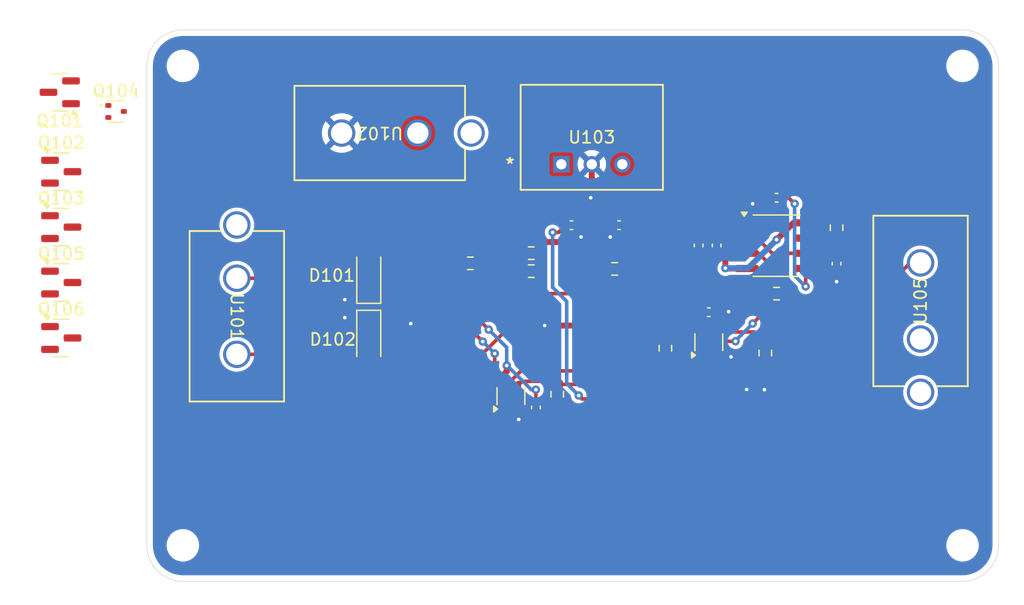
<source format=kicad_pcb>
(kicad_pcb (version 20241229) (generator "pcbnew") (generator_version "9.0")
  (layers (0 "F.Cu" signal) (2 "B.Cu" signal) (13 "F.Paste" user) (15 "B.Paste" user) (5 "F.SilkS" user "F.Silkscreen") (7 "B.SilkS" user "B.Silkscreen") (1 "F.Mask" user) (3 "B.Mask" user) (25 "Edge.Cuts" user))
  (net 0 "")
  (net 1 "+5V")
  (net 2 "/CLOCK")
  (net 3 "GND")
  (net 4 "/THRESH")
  (net 5 "/BMS_LV")
  (net 6 "Net-(Q104-G)")
  (net 7 "/IMD_LV")
  (net 8 "Net-(Q105-D)")
  (net 9 "Net-(Q106-G)")
  (net 10 "+12V")
  (net 11 "Net-(U107-CV)")
  (net 13 "BMS_HV")
  (net 14 "IMD_HV")
  (net 15 "Net-(D103-K)")
  (net 16 "Net-(D103-A)")
  (net 17 "Net-(Q104-S)")
  (net 18 "Net-(Q106-D)")
  (footprint "CONNECTOR:641964-1_TYC" (layer "F.Cu") (at 144.586 90.6 180)
    (property "Reference" "U102" (at 3.175 0 180) (layer "F.SilkS"))
    (property "Value" "641964-1")
    (fp_line (start 10.287 3.937) (end 10.287 -3.937) (stroke (width 0.1524)) (layer "F.SilkS"))
    (fp_line (start 10.287 -3.937) (end -3.937 -3.937) (stroke (width 0.1524)) (layer "F.SilkS"))
    (fp_line (start -3.937 3.937) (end 10.287 3.937) (stroke (width 0.1524)) (layer "F.SilkS"))
    (fp_line (start -3.937 1.385548) (end -3.937 3.937) (stroke (width 0.1524)) (layer "F.SilkS"))
    (fp_line (start -3.937 -3.937) (end -3.937 -1.385548) (stroke (width 0.1524)) (layer "F.SilkS"))
    (fp_circle (center -4.572 0) (end -4.191 0) (stroke (width 0.508)) (fill no) (layer "B.SilkS"))
    (pad "1" thru_hole circle (at 0 0 180) (size 2.286 2.286) (drill 1.778) (layers "*.Cu" "*.Mask") (net 10 "+12V"))
    (pad "2" thru_hole circle (at 6.35 0 180) (size 2.286 2.286) (drill 1.778) (layers "*.Cu" "*.Mask") (net 3 "GND"))
    (pad "3" thru_hole circle (at -4.445 0 180) (size 2.286 2.286) (drill 1.778) (layers "*.Cu" "*.Mask"))
  )
  (footprint "Capacitor_SMD:C_0402_1005Metric" (layer "F.Cu") (at 157.4 98.2925)
    (property "Reference" "C101" (hide yes))
    (property "Value" "10uF")
    (fp_line (start -0.107836 -0.36) (end 0.107836 -0.36) (stroke (width 0.12)) (layer "F.SilkS"))
    (fp_line (start -0.107836 0.36) (end 0.107836 0.36) (stroke (width 0.12)) (layer "F.SilkS"))
    (pad "1" smd roundrect (at -0.48 0) (size 0.56 0.62) (layers "F.Cu" "F.Mask" "F.Paste") (net 10 "+12V"))
    (pad "2" smd roundrect (at 0.48 0) (size 0.56 0.62) (layers "F.Cu" "F.Mask" "F.Paste") (net 3 "GND"))
  )
  (footprint "Capacitor_SMD:C_0402_1005Metric" (layer "F.Cu") (at 168.85 105.55)
    (property "Reference" "C107" (hide yes))
    (property "Value" "0.1u")
    (fp_line (start -0.107836 -0.36) (end 0.107836 -0.36) (stroke (width 0.12)) (layer "F.SilkS"))
    (fp_line (start -0.107836 0.36) (end 0.107836 0.36) (stroke (width 0.12)) (layer "F.SilkS"))
    (pad "1" smd roundrect (at -0.48 0) (size 0.56 0.62) (layers "F.Cu" "F.Mask" "F.Paste") (net 1 "+5V"))
    (pad "2" smd roundrect (at 0.48 0) (size 0.56 0.62) (layers "F.Cu" "F.Mask" "F.Paste") (net 3 "GND"))
  )
  (footprint "Resistor_SMD:R_0603_1608Metric" (layer "F.Cu") (at 173.5575 108.9575 -90)
    (property "Reference" "R106" (hide yes))
    (property "Value" "1k")
    (fp_line (start -0.237258 0.5225) (end 0.237258 0.5225) (stroke (width 0.12)) (layer "F.SilkS"))
    (fp_line (start -0.237258 -0.5225) (end 0.237258 -0.5225) (stroke (width 0.12)) (layer "F.SilkS"))
    (pad "1" smd roundrect (at -0.825 0 270) (size 0.8 0.95) (layers "F.Cu" "F.Mask" "F.Paste") (net 9 "Net-(Q106-G)"))
    (pad "2" smd roundrect (at 0.825 0 270) (size 0.8 0.95) (layers "F.Cu" "F.Mask" "F.Paste") (net 3 "GND"))
  )
  (footprint "Package_TO_SOT_SMD:SOT-23" (layer "F.Cu") (at 114.8625 98.45)
    (property "Reference" "Q103" (at 0 -2.4 0) (layer "F.SilkS"))
    (property "Value" "Q_NMOS_GSD")
    (fp_line (start 0 -1.56) (end -0.65 -1.56) (stroke (width 0.12)) (layer "F.SilkS"))
    (fp_line (start 0 -1.56) (end 0.65 -1.56) (stroke (width 0.12)) (layer "F.SilkS"))
    (fp_line (start 0 1.56) (end -0.65 1.56) (stroke (width 0.12)) (layer "F.SilkS"))
    (fp_line (start 0 1.56) (end 0.65 1.56) (stroke (width 0.12)) (layer "F.SilkS"))
    (fp_poly (pts (xy -1.1625 -1.51) (xy -1.4025 -1.84) (xy -0.9225 -1.84) (xy -1.1625 -1.51)) (stroke (width 0.12)) (fill yes) (layer "F.SilkS"))
    (pad "1" smd roundrect (at -0.9375 -0.95) (size 1.475 0.6) (layers "F.Cu" "F.Mask" "F.Paste") (net 15 "Net-(D103-K)"))
    (pad "2" smd roundrect (at -0.9375 0.95) (size 1.475 0.6) (layers "F.Cu" "F.Mask" "F.Paste") (net 3 "GND"))
    (pad "3" smd roundrect (at 0.9375 0) (size 1.475 0.6) (layers "F.Cu" "F.Mask" "F.Paste") (net 7 "/IMD_LV"))
  )
  (footprint "Diode_SMD:D_SOD-123F" (layer "F.Cu") (at 140.5 102.6 90)
    (property "Reference" "D101" (at 0.111 -3.086 180) (layer "F.SilkS"))
    (property "Value" "D_TVS")
    (fp_line (start -2.21 -1) (end 1.65 -1) (stroke (width 0.12)) (layer "F.SilkS"))
    (fp_line (start -2.21 -1) (end -2.21 1) (stroke (width 0.12)) (layer "F.SilkS"))
    (fp_line (start -2.21 1) (end 1.65 1) (stroke (width 0.12)) (layer "F.SilkS"))
    (pad "1" smd roundrect (at -1.4 0 90) (size 1.1 1.1) (layers "F.Cu" "F.Mask" "F.Paste") (roundrect_rratio 0.2272727273) (net 3 "GND"))
    (pad "2" smd roundrect (at 1.4 0 90) (size 1.1 1.1) (layers "F.Cu" "F.Mask" "F.Paste") (roundrect_rratio 0.2272727273) (net 13 "BMS_HV"))
  )
  (footprint "MountingHole:MountingHole_2.2mm_M2" (layer "F.Cu") (at 125 85)
    (property "Reference" "H101")
    (property "Value" "MountingHole")
    (pad "" np_thru_hole circle (at 0 0) (size 2.2 2.2) (drill 2.2) (layers "*.Cu" "*.Mask"))
  )
  (footprint "Package_TO_SOT_SMD:SOT-353_SC-70-5" (layer "F.Cu") (at 168.85 108.05 90)
    (property "Reference" "U106" (hide yes))
    (property "Value" "74AHC1G08")
    (fp_line (start -0.71 -1.16) (end 0.7 -1.16) (stroke (width 0.12)) (layer "F.SilkS"))
    (fp_line (start -0.7 1.16) (end 0.7 1.16) (stroke (width 0.12)) (layer "F.SilkS"))
    (fp_poly (pts (xy -1.08 -1.11) (xy -1.32 -1.44) (xy -0.84 -1.44) (xy -1.08 -1.11)) (stroke (width 0.12)) (fill yes) (layer "F.SilkS"))
    (pad "1" smd roundrect (at -0.95 -0.65 90) (size 0.65 0.4) (layers "F.Cu" "F.Mask" "F.Paste") (net 8 "Net-(Q105-D)"))
    (pad "2" smd roundrect (at -0.95 0 90) (size 0.65 0.4) (layers "F.Cu" "F.Mask" "F.Paste") (net 2 "/CLOCK"))
    (pad "3" smd roundrect (at -0.95 0.65 90) (size 0.65 0.4) (layers "F.Cu" "F.Mask" "F.Paste") (net 3 "GND"))
    (pad "4" smd roundrect (at 0.95 0.65 90) (size 0.65 0.4) (layers "F.Cu" "F.Mask" "F.Paste") (net 9 "Net-(Q106-G)"))
    (pad "5" smd roundrect (at 0.95 -0.65 90) (size 0.65 0.4) (layers "F.Cu" "F.Mask" "F.Paste") (net 1 "+5V"))
  )
  (footprint "Resistor_SMD:R_0603_1608Metric" (layer "F.Cu") (at 154.05 102.125)
    (property "Reference" "D103" (hide yes))
    (property "Value" "RED")
    (fp_line (start -0.237258 -0.5225) (end 0.237258 -0.5225) (stroke (width 0.12)) (layer "F.SilkS"))
    (fp_line (start -0.237258 0.5225) (end 0.237258 0.5225) (stroke (width 0.12)) (layer "F.SilkS"))
    (pad "1" smd roundrect (at -0.825 0) (size 0.8 0.95) (layers "F.Cu" "F.Mask" "F.Paste") (net 15 "Net-(D103-K)"))
    (pad "2" smd roundrect (at 0.825 0) (size 0.8 0.95) (layers "F.Cu" "F.Mask" "F.Paste") (net 16 "Net-(D103-A)"))
  )
  (footprint "Resistor_SMD:R_0603_1608Metric" (layer "F.Cu") (at 174.5 104)
    (property "Reference" "R107" (hide yes))
    (property "Value" "15k")
    (fp_line (start -0.237258 -0.5225) (end 0.237258 -0.5225) (stroke (width 0.12)) (layer "F.SilkS"))
    (fp_line (start -0.237258 0.5225) (end 0.237258 0.5225) (stroke (width 0.12)) (layer "F.SilkS"))
    (pad "1" smd roundrect (at -0.825 0) (size 0.8 0.95) (layers "F.Cu" "F.Mask" "F.Paste") (net 2 "/CLOCK"))
    (pad "2" smd roundrect (at 0.825 0) (size 0.8 0.95) (layers "F.Cu" "F.Mask" "F.Paste") (net 4 "/THRESH"))
  )
  (footprint "MountingHole:MountingHole_2.2mm_M2" (layer "F.Cu") (at 190 125)
    (property "Reference" "H103")
    (property "Value" "MountingHole")
    (pad "" np_thru_hole circle (at 0 0) (size 2.2 2.2) (drill 2.2) (layers "*.Cu" "*.Mask"))
  )
  (footprint "MountingHole:MountingHole_2.2mm_M2" (layer "F.Cu") (at 190 85)
    (property "Reference" "H104")
    (property "Value" "MountingHole")
    (pad "" np_thru_hole circle (at 0 0) (size 2.2 2.2) (drill 2.2) (layers "*.Cu" "*.Mask"))
  )
  (footprint "Package_TO_SOT_SMD:SOT-23" (layer "F.Cu") (at 114.8625 93.825)
    (property "Reference" "Q102" (at 0 -2.4 0) (layer "F.SilkS"))
    (property "Value" "Q_NMOS_GSD")
    (fp_line (start 0 -1.56) (end -0.65 -1.56) (stroke (width 0.12)) (layer "F.SilkS"))
    (fp_line (start 0 -1.56) (end 0.65 -1.56) (stroke (width 0.12)) (layer "F.SilkS"))
    (fp_line (start 0 1.56) (end -0.65 1.56) (stroke (width 0.12)) (layer "F.SilkS"))
    (fp_line (start 0 1.56) (end 0.65 1.56) (stroke (width 0.12)) (layer "F.SilkS"))
    (fp_poly (pts (xy -1.1625 -1.51) (xy -1.4025 -1.84) (xy -0.9225 -1.84) (xy -1.1625 -1.51)) (stroke (width 0.12)) (fill yes) (layer "F.SilkS"))
    (pad "1" smd roundrect (at -0.9375 -0.95) (size 1.475 0.6) (layers "F.Cu" "F.Mask" "F.Paste") (net 14 "IMD_HV"))
    (pad "2" smd roundrect (at -0.9375 0.95) (size 1.475 0.6) (layers "F.Cu" "F.Mask" "F.Paste") (net 3 "GND"))
    (pad "3" smd roundrect (at 0.9375 0) (size 1.475 0.6) (layers "F.Cu" "F.Mask" "F.Paste") (net 15 "Net-(D103-K)"))
  )
  (footprint "Resistor_SMD:R_0603_1608Metric" (layer "F.Cu") (at 154.05 100.625)
    (property "Reference" "R102" (hide yes))
    (property "Value" "500R")
    (fp_line (start -0.237258 -0.5225) (end 0.237258 -0.5225) (stroke (width 0.12)) (layer "F.SilkS"))
    (fp_line (start -0.237258 0.5225) (end 0.237258 0.5225) (stroke (width 0.12)) (layer "F.SilkS"))
    (pad "1" smd roundrect (at -0.825 0) (size 0.8 0.95) (layers "F.Cu" "F.Mask" "F.Paste") (net 1 "+5V"))
    (pad "2" smd roundrect (at 0.825 0) (size 0.8 0.95) (layers "F.Cu" "F.Mask" "F.Paste") (net 16 "Net-(D103-A)"))
  )
  (footprint "Resistor_SMD:R_0603_1608Metric" (layer "F.Cu") (at 161 101.9375)
    (property "Reference" "R103" (hide yes))
    (property "Value" "10k")
    (fp_line (start -0.237258 -0.5225) (end 0.237258 -0.5225) (stroke (width 0.12)) (layer "F.SilkS"))
    (fp_line (start -0.237258 0.5225) (end 0.237258 0.5225) (stroke (width 0.12)) (layer "F.SilkS"))
    (pad "1" smd roundrect (at -0.825 0) (size 0.8 0.95) (layers "F.Cu" "F.Mask" "F.Paste") (net 1 "+5V"))
    (pad "2" smd roundrect (at 0.825 0) (size 0.8 0.95) (layers "F.Cu" "F.Mask" "F.Paste") (net 7 "/IMD_LV"))
  )
  (footprint "CONNECTOR:641964-1_TYC" (layer "F.Cu") (at 129.5 102.714 -90)
    (property "Reference" "U101" (at 3.175 0 270) (layer "F.SilkS"))
    (property "Value" "641964-1")
    (fp_line (start -3.937 3.937) (end 10.287 3.937) (stroke (width 0.1524)) (layer "F.SilkS"))
    (fp_line (start 10.287 3.937) (end 10.287 -3.937) (stroke (width 0.1524)) (layer "F.SilkS"))
    (fp_line (start -3.937 1.385548) (end -3.937 3.937) (stroke (width 0.1524)) (layer "F.SilkS"))
    (fp_line (start -3.937 -3.937) (end -3.937 -1.385548) (stroke (width 0.1524)) (layer "F.SilkS"))
    (fp_line (start 10.287 -3.937) (end -3.937 -3.937) (stroke (width 0.1524)) (layer "F.SilkS"))
    (fp_circle (center -4.572 0) (end -4.191 0) (stroke (width 0.508)) (fill no) (layer "B.SilkS"))
    (pad "1" thru_hole circle (at 0 0 270) (size 2.286 2.286) (drill 1.778) (layers "*.Cu" "*.Mask") (net 13 "BMS_HV"))
    (pad "2" thru_hole circle (at 6.35 0 270) (size 2.286 2.286) (drill 1.778) (layers "*.Cu" "*.Mask") (net 14 "IMD_HV"))
    (pad "3" thru_hole circle (at -4.445 0 270) (size 2.286 2.286) (drill 1.778) (layers "*.Cu" "*.Mask"))
  )
  (footprint "Resistor_SMD:R_0603_1608Metric" (layer "F.Cu") (at 148.971 101.473 180)
    (property "Reference" "R101" (hide yes))
    (property "Value" "10k")
    (fp_line (start -0.237258 0.5225) (end 0.237258 0.5225) (stroke (width 0.12)) (layer "F.SilkS"))
    (fp_line (start -0.237258 -0.5225) (end 0.237258 -0.5225) (stroke (width 0.12)) (layer "F.SilkS"))
    (pad "1" smd roundrect (at -0.825 0 180) (size 0.8 0.95) (layers "F.Cu" "F.Mask" "F.Paste") (net 1 "+5V"))
    (pad "2" smd roundrect (at 0.825 0 180) (size 0.8 0.95) (layers "F.Cu" "F.Mask" "F.Paste") (net 5 "/BMS_LV"))
  )
  (footprint "R_78E5_0_0_5 (1):R-78E-0.5_RCP" (layer "F.Cu") (at 156.553 93.2075)
    (property "Reference" "U103" (at 2.54 -2.249932 0) (layer "F.SilkS"))
    (property "Value" "R-78E5.0-0.5")
    (fp_line (start -3.3909 -6.631432) (end -3.3909 2.131568) (stroke (width 0.1524)) (layer "F.SilkS"))
    (fp_line (start -3.3909 2.131568) (end 8.4709 2.131568) (stroke (width 0.1524)) (layer "F.SilkS"))
    (fp_line (start 8.4709 -6.631432) (end -3.3909 -6.631432) (stroke (width 0.1524)) (layer "F.SilkS"))
    (fp_line (start 8.4709 2.131568) (end 8.4709 -6.631432) (stroke (width 0.1524)) (layer "F.SilkS"))
    (fp_text user "*" (at -4.2799 0 0) (layer "F.SilkS"))
    (fp_text user "*" (at -4.2799 0 0) (layer "F.SilkS"))
    (pad "1" thru_hole rect (at 0 0) (size 1.3716 1.3716) (drill 0.8636) (layers "*.Cu" "*.Mask") (net 10 "+12V"))
    (pad "2" thru_hole circle (at 2.54 0) (size 1.3716 1.3716) (drill 0.8636) (layers "*.Cu" "*.Mask") (net 3 "GND"))
    (pad "3" thru_hole circle (at 5.08 0) (size 1.3716 1.3716) (drill 0.8636) (layers "*.Cu" "*.Mask") (net 1 "+5V"))
  )
  (footprint "Resistor_SMD:R_0603_1608Metric" (layer "F.Cu") (at 156.21 112.395 -90)
    (property "Reference" "R104" (hide yes))
    (property "Value" "1k")
    (fp_line (start -0.237258 0.5225) (end 0.237258 0.5225) (stroke (width 0.12)) (layer "F.SilkS"))
    (fp_line (start -0.237258 -0.5225) (end 0.237258 -0.5225) (stroke (width 0.12)) (layer "F.SilkS"))
    (pad "1" smd roundrect (at -0.825 0 270) (size 0.8 0.95) (layers "F.Cu" "F.Mask" "F.Paste") (net 6 "Net-(Q104-G)"))
    (pad "2" smd roundrect (at 0.825 0 270) (size 0.8 0.95) (layers "F.Cu" "F.Mask" "F.Paste") (net 3 "GND"))
  )
  (footprint "CONNECTOR:641964-1_TYC" (layer "F.Cu") (at 186.5 107.786 90)
    (property "Reference" "U105" (at 3.175 0 90) (layer "F.SilkS"))
    (property "Value" "641964-1")
    (fp_line (start 10.287 -3.937) (end -3.937 -3.937) (stroke (width 0.1524)) (layer "F.SilkS"))
    (fp_line (start -3.937 -3.937) (end -3.937 -1.385548) (stroke (width 0.1524)) (layer "F.SilkS"))
    (fp_line (start -3.937 1.385548) (end -3.937 3.937) (stroke (width 0.1524)) (layer "F.SilkS"))
    (fp_line (start 10.287 3.937) (end 10.287 -3.937) (stroke (width 0.1524)) (layer "F.SilkS"))
    (fp_line (start -3.937 3.937) (end 10.287 3.937) (stroke (width 0.1524)) (layer "F.SilkS"))
    (fp_circle (center -4.572 0) (end -4.191 0) (stroke (width 0.508)) (fill no) (layer "B.SilkS"))
    (pad "1" thru_hole circle (at 0 0 90) (size 2.286 2.286) (drill 1.778) (layers "*.Cu" "*.Mask") (net 17 "Net-(Q104-S)"))
    (pad "2" thru_hole circle (at 6.35 0 90) (size 2.286 2.286) (drill 1.778) (layers "*.Cu" "*.Mask") (net 18 "Net-(Q106-D)"))
    (pad "3" thru_hole circle (at -4.445 0 90) (size 2.286 2.286) (drill 1.778) (layers "*.Cu" "*.Mask"))
  )
  (footprint "Package_TO_SOT_SMD:SOT-523" (layer "F.Cu") (at 119.4325 88.8)
    (property "Reference" "Q104" (at 0 -1.7 0) (layer "F.SilkS"))
    (property "Value" "Q_PMOS_GSD")
    (fp_line (start 0.65 -0.9) (end -0.65 -0.9) (stroke (width 0.12)) (layer "F.SilkS"))
    (fp_line (start 0.65 0.9) (end -0.65 0.9) (stroke (width 0.12)) (layer "F.SilkS"))
    (fp_circle (center -1.25 -0.51) (end -1.1 -0.51) (fill yes) (layer "F.SilkS"))
    (pad "1" smd roundrect (at -0.645 -0.5 180) (size 0.51 0.4) (layers "F.Cu" "F.Mask" "F.Paste") (net 6 "Net-(Q104-G)"))
    (pad "2" smd roundrect (at -0.645 0.5 180) (size 0.51 0.4) (layers "F.Cu" "F.Mask" "F.Paste") (net 17 "Net-(Q104-S)"))
    (pad "3" smd roundrect (at 0.645 0 180) (size 0.51 0.4) (layers "F.Cu" "F.Mask" "F.Paste") (net 10 "+12V"))
  )
  (footprint "Diode_SMD:D_SOD-123F" (layer "F.Cu") (at 140.5 107.6 -90)
    (property "Reference" "D102" (at 0.223 3 180) (layer "F.SilkS"))
    (property "Value" "D_TVS")
    (fp_line (start -2.21 1) (end 1.65 1) (stroke (width 0.12)) (layer "F.SilkS"))
    (fp_line (start -2.21 -1) (end -2.21 1) (stroke (width 0.12)) (layer "F.SilkS"))
    (fp_line (start -2.21 -1) (end 1.65 -1) (stroke (width 0.12)) (layer "F.SilkS"))
    (pad "1" smd roundrect (at -1.4 0 270) (size 1.1 1.1) (layers "F.Cu" "F.Mask" "F.Paste") (roundrect_rratio 0.2272727273) (net 3 "GND"))
    (pad "2" smd roundrect (at 1.4 0 270) (size 1.1 1.1) (layers "F.Cu" "F.Mask" "F.Paste") (roundrect_rratio 0.2272727273) (net 14 "IMD_HV"))
  )
  (footprint "Resistor_SMD:R_0603_1608Metric" (layer "F.Cu") (at 179.5 98.5 90)
    (property "Reference" "R108" (hide yes))
    (property "Value" "100k")
    (fp_line (start -0.237258 -0.5225) (end 0.237258 -0.5225) (stroke (width 0.12)) (layer "F.SilkS"))
    (fp_line (start -0.237258 0.5225) (end 0.237258 0.5225) (stroke (width 0.12)) (layer "F.SilkS"))
    (pad "1" smd roundrect (at -0.825 0 90) (size 0.8 0.95) (layers "F.Cu" "F.Mask" "F.Paste") (net 4 "/THRESH"))
    (pad "2" smd roundrect (at 0.825 0 90) (size 0.8 0.95) (layers "F.Cu" "F.Mask" "F.Paste") (net 1 "+5V"))
  )
  (footprint "Package_TO_SOT_SMD:SOT-23" (layer "F.Cu") (at 114.7375 87.2 180)
    (property "Reference" "Q101" (at 0 -2.4 0) (layer "F.SilkS"))
    (property "Value" "Q_NMOS_GSD")
    (fp_line (start 0 1.56) (end 0.65 1.56) (stroke (width 0.12)) (layer "F.SilkS"))
    (fp_line (start 0 1.56) (end -0.65 1.56) (stroke (width 0.12)) (layer "F.SilkS"))
    (fp_line (start 0 -1.56) (end 0.65 -1.56) (stroke (width 0.12)) (layer "F.SilkS"))
    (fp_line (start 0 -1.56) (end -0.65 -1.56) (stroke (width 0.12)) (layer "F.SilkS"))
    (fp_poly (pts (xy -1.1625 -1.51) (xy -1.4025 -1.84) (xy -0.9225 -1.84) (xy -1.1625 -1.51)) (stroke (width 0.12)) (fill yes) (layer "F.SilkS"))
    (pad "1" smd roundrect (at -0.9375 -0.95 180) (size 1.475 0.6) (layers "F.Cu" "F.Mask" "F.Paste") (net 13 "BMS_HV"))
    (pad "2" smd roundrect (at -0.9375 0.95 180) (size 1.475 0.6) (layers "F.Cu" "F.Mask" "F.Paste") (net 3 "GND"))
    (pad "3" smd roundrect (at 0.9375 0 180) (size 1.475 0.6) (layers "F.Cu" "F.Mask" "F.Paste") (net 5 "/BMS_LV"))
  )
  (footprint "Package_TO_SOT_SMD:SOT-23" (layer "F.Cu") (at 114.8625 103.075)
    (property "Reference" "Q105" (at 0 -2.4 0) (layer "F.SilkS"))
    (property "Value" "Q_NMOS_GSD")
    (fp_line (start 0 -1.56) (end -0.65 -1.56) (stroke (width 0.12)) (layer "F.SilkS"))
    (fp_line (start 0 -1.56) (end 0.65 -1.56) (stroke (width 0.12)) (layer "F.SilkS"))
    (fp_line (start 0 1.56) (end -0.65 1.56) (stroke (width 0.12)) (layer "F.SilkS"))
    (fp_line (start 0 1.56) (end 0.65 1.56) (stroke (width 0.12)) (layer "F.SilkS"))
    (fp_poly (pts (xy -1.1625 -1.51) (xy -1.4025 -1.84) (xy -0.9225 -1.84) (xy -1.1625 -1.51)) (stroke (width 0.12)) (fill yes) (layer "F.SilkS"))
    (pad "1" smd roundrect (at -0.9375 -0.95) (size 1.475 0.6) (layers "F.Cu" "F.Mask" "F.Paste") (net 17 "Net-(Q104-S)"))
    (pad "2" smd roundrect (at -0.9375 0.95) (size 1.475 0.6) (layers "F.Cu" "F.Mask" "F.Paste") (net 3 "GND"))
    (pad "3" smd roundrect (at 0.9375 0) (size 1.475 0.6) (layers "F.Cu" "F.Mask" "F.Paste") (net 8 "Net-(Q105-D)"))
  )
  (footprint "Capacitor_SMD:C_0402_1005Metric" (layer "F.Cu") (at 174.5 96 180)
    (property "Reference" "C106" (hide yes))
    (property "Value" ".01u")
    (fp_line (start -0.107836 0.36) (end 0.107836 0.36) (stroke (width 0.12)) (layer "F.SilkS"))
    (fp_line (start -0.107836 -0.36) (end 0.107836 -0.36) (stroke (width 0.12)) (layer "F.SilkS"))
    (pad "1" smd roundrect (at -0.48 0 180) (size 0.56 0.62) (layers "F.Cu" "F.Mask" "F.Paste") (net 11 "Net-(U107-CV)"))
    (pad "2" smd roundrect (at 0.48 0 180) (size 0.56 0.62) (layers "F.Cu" "F.Mask" "F.Paste") (net 3 "GND"))
  )
  (footprint "Package_TO_SOT_SMD:SOT-23" (layer "F.Cu") (at 114.8625 107.7)
    (property "Reference" "Q106" (at 0 -2.4 0) (layer "F.SilkS"))
    (property "Value" "Q_NMOS_GSD")
    (fp_line (start 0 -1.56) (end -0.65 -1.56) (stroke (width 0.12)) (layer "F.SilkS"))
    (fp_line (start 0 -1.56) (end 0.65 -1.56) (stroke (width 0.12)) (layer "F.SilkS"))
    (fp_line (start 0 1.56) (end -0.65 1.56) (stroke (width 0.12)) (layer "F.SilkS"))
    (fp_line (start 0 1.56) (end 0.65 1.56) (stroke (width 0.12)) (layer "F.SilkS"))
    (fp_poly (pts (xy -1.1625 -1.51) (xy -1.4025 -1.84) (xy -0.9225 -1.84) (xy -1.1625 -1.51)) (stroke (width 0.12)) (fill yes) (layer "F.SilkS"))
    (pad "1" smd roundrect (at -0.9375 -0.95) (size 1.475 0.6) (layers "F.Cu" "F.Mask" "F.Paste") (net 9 "Net-(Q106-G)"))
    (pad "2" smd roundrect (at -0.9375 0.95) (size 1.475 0.6) (layers "F.Cu" "F.Mask" "F.Paste") (net 3 "GND"))
    (pad "3" smd roundrect (at 0.9375 0) (size 1.475 0.6) (layers "F.Cu" "F.Mask" "F.Paste") (net 18 "Net-(Q106-D)"))
  )
  (footprint "Package_SO:SOIC-8_3.9x4.9mm_P1.27mm" (layer "F.Cu") (at 174.5 100)
    (property "Reference" "U107" (hide yes))
    (property "Value" "LM555xM")
    (fp_line (start 0 -2.56) (end -1.95 -2.56) (stroke (width 0.12)) (layer "F.SilkS"))
    (fp_line (start 0 -2.56) (end 1.95 -2.56) (stroke (width 0.12)) (layer "F.SilkS"))
    (fp_line (start 0 2.56) (end -1.95 2.56) (stroke (width 0.12)) (layer "F.SilkS"))
    (fp_line (start 0 2.56) (end 1.95 2.56) (stroke (width 0.12)) (layer "F.SilkS"))
    (fp_poly (pts (xy -2.7 -2.465) (xy -2.94 -2.795) (xy -2.46 -2.795) (xy -2.7 -2.465)) (stroke (width 0.12)) (fill yes) (layer "F.SilkS"))
    (pad "1" smd roundrect (at -2.475 -1.905) (size 1.95 0.6) (layers "F.Cu" "F.Mask" "F.Paste") (net 3 "GND"))
    (pad "2" smd roundrect (at -2.475 -0.635) (size 1.95 0.6) (layers "F.Cu" "F.Mask" "F.Paste") (net 4 "/THRESH"))
    (pad "3" smd roundrect (at -2.475 0.635) (size 1.95 0.6) (layers "F.Cu" "F.Mask" "F.Paste") (net 2 "/CLOCK"))
    (pad "4" smd roundrect (at -2.475 1.905) (size 1.95 0.6) (layers "F.Cu" "F.Mask" "F.Paste") (net 1 "+5V"))
    (pad "5" smd roundrect (at 2.475 1.905) (size 1.95 0.6) (layers "F.Cu" "F.Mask" "F.Paste") (net 11 "Net-(U107-CV)"))
    (pad "6" smd roundrect (at 2.475 0.635) (size 1.95 0.6) (layers "F.Cu" "F.Mask" "F.Paste") (net 4 "/THRESH"))
    (pad "7" smd roundrect (at 2.475 -0.635) (size 1.95 0.6) (layers "F.Cu" "F.Mask" "F.Paste"))
    (pad "8" smd roundrect (at 2.475 -1.905) (size 1.95 0.6) (layers "F.Cu" "F.Mask" "F.Paste") (net 1 "+5V"))
  )
  (footprint "Resistor_SMD:R_0603_1608Metric" (layer "F.Cu") (at 165.227 108.55 -90)
    (property "Reference" "R105" (hide yes))
    (property "Value" "10k")
    (fp_line (start -0.237258 0.5225) (end 0.237258 0.5225) (stroke (width 0.12)) (layer "F.SilkS"))
    (fp_line (start -0.237258 -0.5225) (end 0.237258 -0.5225) (stroke (width 0.12)) (layer "F.SilkS"))
    (pad "1" smd roundrect (at -0.825 0 270) (size 0.8 0.95) (layers "F.Cu" "F.Mask" "F.Paste") (net 1 "+5V"))
    (pad "2" smd roundrect (at 0.825 0 270) (size 0.8 0.95) (layers "F.Cu" "F.Mask" "F.Paste") (net 8 "Net-(Q105-D)"))
  )
  (footprint "Capacitor_SMD:C_0402_1005Metric" (layer "F.Cu") (at 169.5 99.98 90)
    (property "Reference" "C105" (hide yes))
    (property "Value" "0.1u")
    (fp_line (start -0.107836 -0.36) (end 0.107836 -0.36) (stroke (width 0.12)) (layer "F.SilkS"))
    (fp_line (start -0.107836 0.36) (end 0.107836 0.36) (stroke (width 0.12)) (layer "F.SilkS"))
    (pad "1" smd roundrect (at -0.48 0 90) (size 0.56 0.62) (layers "F.Cu" "F.Mask" "F.Paste") (net 1 "+5V"))
    (pad "2" smd roundrect (at 0.48 0 90) (size 0.56 0.62) (layers "F.Cu" "F.Mask" "F.Paste") (net 3 "GND"))
  )
  (footprint "Capacitor_SMD:C_0402_1005Metric" (layer "F.Cu") (at 154.432 113.5 -90)
    (property "Reference" "C103" (hide yes))
    (property "Value" "0.1u")
    (fp_line (start -0.107836 0.36) (end 0.107836 0.36) (stroke (width 0.12)) (layer "F.SilkS"))
    (fp_line (start -0.107836 -0.36) (end 0.107836 -0.36) (stroke (width 0.12)) (layer "F.SilkS"))
    (pad "1" smd roundrect (at -0.48 0 270) (size 0.56 0.62) (layers "F.Cu" "F.Mask" "F.Paste") (net 1 "+5V"))
    (pad "2" smd roundrect (at 0.48 0 270) (size 0.56 0.62) (layers "F.Cu" "F.Mask" "F.Paste") (net 3 "GND"))
  )
  (footprint "Capacitor_SMD:C_0402_1005Metric" (layer "F.Cu") (at 168 99.98 90)
    (property "Reference" "C104" (hide yes))
    (property "Value" "1u")
    (fp_line (start -0.107836 -0.36) (end 0.107836 -0.36) (stroke (width 0.12)) (layer "F.SilkS"))
    (fp_line (start -0.107836 0.36) (end 0.107836 0.36) (stroke (width 0.12)) (layer "F.SilkS"))
    (pad "1" smd roundrect (at -0.48 0 90) (size 0.56 0.62) (layers "F.Cu" "F.Mask" "F.Paste") (net 1 "+5V"))
    (pad "2" smd roundrect (at 0.48 0 90) (size 0.56 0.62) (layers "F.Cu" "F.Mask" "F.Paste") (net 3 "GND"))
  )
  (footprint "Capacitor_SMD:C_0402_1005Metric" (layer "F.Cu") (at 179.5 101.5 90)
    (property "Reference" "C108" (hide yes))
    (property "Value" "22u")
    (fp_line (start -0.107836 -0.36) (end 0.107836 -0.36) (stroke (width 0.12)) (layer "F.SilkS"))
    (fp_line (start -0.107836 0.36) (end 0.107836 0.36) (stroke (width 0.12)) (layer "F.SilkS"))
    (pad "1" smd roundrect (at -0.48 0 90) (size 0.56 0.62) (layers "F.Cu" "F.Mask" "F.Paste") (net 3 "GND"))
    (pad "2" smd roundrect (at 0.48 0 90) (size 0.56 0.62) (layers "F.Cu" "F.Mask" "F.Paste") (net 4 "/THRESH"))
  )
  (footprint "Package_TO_SOT_SMD:SOT-353_SC-70-5" (layer "F.Cu") (at 152.35 112.55 90)
    (property "Reference" "U104" (hide yes))
    (property "Value" "74AHC1G32")
    (fp_line (start -0.71 -1.16) (end 0.7 -1.16) (stroke (width 0.12)) (layer "F.SilkS"))
    (fp_line (start -0.7 1.16) (end 0.7 1.16) (stroke (width 0.12)) (layer "F.SilkS"))
    (fp_poly (pts (xy -1.08 -1.11) (xy -1.32 -1.44) (xy -0.84 -1.44) (xy -1.08 -1.11)) (stroke (width 0.12)) (fill yes) (layer "F.SilkS"))
    (pad "1" smd roundrect (at -0.95 -0.65 90) (size 0.65 0.4) (layers "F.Cu" "F.Mask" "F.Paste") (net 5 "/BMS_LV"))
    (pad "2" smd roundrect (at -0.95 0 90) (size 0.65 0.4) (layers "F.Cu" "F.Mask" "F.Paste") (net 7 "/IMD_LV"))
    (pad "3" smd roundrect (at -0.95 0.65 90) (size 0.65 0.4) (layers "F.Cu" "F.Mask" "F.Paste") (net 3 "GND"))
    (pad "4" smd roundrect (at 0.95 0.65 90) (size 0.65 0.4) (layers "F.Cu" "F.Mask" "F.Paste") (net 6 "Net-(Q104-G)"))
    (pad "5" smd roundrect (at 0.95 -0.65 90) (size 0.65 0.4) (layers "F.Cu" "F.Mask" "F.Paste") (net 1 "+5V"))
  )
  (footprint "Capacitor_SMD:C_0402_1005Metric" (layer "F.Cu") (at 161.367 98.2925 180)
    (property "Reference" "C102" (hide yes))
    (property "Value" "10uF")
    (fp_line (start -0.107836 0.36) (end 0.107836 0.36) (stroke (width 0.12)) (layer "F.SilkS"))
    (fp_line (start -0.107836 -0.36) (end 0.107836 -0.36) (stroke (width 0.12)) (layer "F.SilkS"))
    (pad "1" smd roundrect (at -0.48 0 180) (size 0.56 0.62) (layers "F.Cu" "F.Mask" "F.Paste") (net 1 "+5V"))
    (pad "2" smd roundrect (at 0.48 0 180) (size 0.56 0.62) (layers "F.Cu" "F.Mask" "F.Paste") (net 3 "GND"))
  )
  (footprint "MountingHole:MountingHole_2.2mm_M2" (layer "F.Cu") (at 125 125)
    (property "Reference" "H102")
    (property "Value" "MountingHole")
    (pad "" np_thru_hole circle (at 0 0) (size 2.2 2.2) (drill 2.2) (layers "*.Cu" "*.Mask"))
  )
  (gr_arc (start 193 125) (mid 192.12132 127.12132) (end 190 128) (stroke (width 0.05)) (layer "Edge.Cuts"))
  (gr_line (start 193 125) (end 193 85) (stroke (width 0.05)) (layer "Edge.Cuts"))
  (gr_line (start 122 85) (end 122 125) (stroke (width 0.05)) (layer "Edge.Cuts"))
  (gr_line (start 125 128) (end 190 128) (stroke (width 0.05)) (layer "Edge.Cuts"))
  (gr_arc (start 122 85) (mid 122.87868 82.87868) (end 125 82) (stroke (width 0.05)) (layer "Edge.Cuts"))
  (gr_line (start 190 82) (end 125 82) (stroke (width 0.05)) (layer "Edge.Cuts"))
  (gr_arc (start 125 128) (mid 122.87868 127.12132) (end 122 125) (stroke (width 0.05)) (layer "Edge.Cuts"))
  (gr_arc (start 190 82) (mid 192.12132 82.87868) (end 193 85) (stroke (width 0.05)) (layer "Edge.Cuts"))
  (segment (start 150.7605 102.4375) (end 151.4125 102.4375) (width 0.3) (layer "F.Cu") (net 1))
  (segment (start 151.7 110.8) (end 151.7 111.6) (width 0.5) (layer "F.Cu") (net 1))
  (segment (start 168 100.46) (end 168 105.18) (width 0.5) (layer "F.Cu") (net 1))
  (segment (start 167.46 100.46) (end 165.2925 98.2925) (width 0.5) (layer "F.Cu") (net 1))
  (segment (start 172.025 101.905) (end 170.257152 101.905) (width 0.5) (layer "F.Cu") (net 1))
  (segment (start 177.395 97.675) (end 176.975 98.095) (width 0.5) (layer "F.Cu") (net 1))
  (segment (start 160 101.775) (end 160 101) (width 0.3) (layer "F.Cu") (net 1))
  (segment (start 152 110) (end 152 110.5) (width 0.5) (layer "F.Cu") (net 1))
  (segment (start 154.432 112.014) (end 154.432 113.02) (width 0.3) (layer "F.Cu") (net 1))
  (segment (start 169.5 100.46) (end 168 100.46) (width 0.5) (layer "F.Cu") (net 1))
  (segment (start 152 110.5) (end 151.7 110.8) (width 0.5) (layer "F.Cu") (net 1))
  (segment (start 154.155 99.695) (end 153.225 100.625) (width 0.5) (layer "F.Cu") (net 1))
  (segment (start 179.5 97.675) (end 177.395 97.675) (width 0.5) (layer "F.Cu") (net 1))
  (segment (start 157.7185 100.2185) (end 157.195 99.695) (width 0.5) (layer "F.Cu") (net 1))
  (segment (start 168.37 105.55) (end 168.37 106.93) (width 0.3) (layer "F.Cu") (net 1))
  (segment (start 176.975 98.095) (end 175.905 98.095) (width 0.5) (layer "F.Cu") (net 1))
  (segment (start 165.2925 98.2925) (end 161.847 98.2925) (width 0.5) (layer "F.Cu") (net 1))
  (segment (start 150.5 107) (end 149.8125 106.3125) (width 0.3) (layer "F.Cu") (net 1))
  (segment (start 149.796 101.473) (end 150.7605 102.4375) (width 0.3) (layer "F.Cu") (net 1))
  (segment (start 175.905 98.095) (end 174.5 99.5) (width 0.5) (layer "F.Cu") (net 1))
  (segment (start 170.227265 101.875113) (end 170.227265 101.187265) (width 0.5) (layer "F.Cu") (net 1))
  (segment (start 160.1625 101.9375) (end 160 101.775) (width 0.3) (layer "F.Cu") (net 1))
  (segment (start 149.8125 101.4895) (end 149.796 101.473) (width 0.3) (layer "F.Cu") (net 1))
  (segment (start 160.5 101) (end 160 101) (width 0.5) (layer "F.Cu") (net 1))
  (segment (start 167.475 107.1) (end 166.85 107.725) (width 0.3) (layer "F.Cu") (net 1))
  (segment (start 157.195 99.695) (end 154.155 99.695) (width 0.5) (layer "F.Cu") (net 1))
  (segment (start 166.85 107.725) (end 165.227 107.725) (width 0.3) (layer "F.Cu") (net 1))
  (segment (start 168.2 107.1) (end 167.475 107.1) (width 0.3) (layer "F.Cu") (net 1))
  (segment (start 168 100.46) (end 167.46 100.46) (width 0.5) (layer "F.Cu") (net 1))
  (segment (start 149.8125 106.3125) (end 149.8125 101.4895) (width 0.3) (layer "F.Cu") (net 1))
  (segment (start 159.2185 100.2185) (end 157.7185 100.2185) (width 0.5) (layer "F.Cu") (net 1))
  (segment (start 170.257152 101.905) (end 170.227265 101.875113) (width 0.5) (layer "F.Cu") (net 1))
  (segment (start 160 101) (end 159.2185 100.2185) (width 0.5) (layer "F.Cu") (net 1))
  (segment (start 161.847 98.2925) (end 161.847 99.653) (width 0.5) (layer "F.Cu") (net 1))
  (segment (start 168 105.18) (end 168.37 105.55) (width 0.5) (layer "F.Cu") (net 1))
  (segment (start 151.4125 102.4375) (end 153.225 100.625) (width 0.3) (layer "F.Cu") (net 1))
  (segment (start 168.37 106.93) (end 168.2 107.1) (width 0.3) (layer "F.Cu") (net 1))
  (segment (start 161.847 99.653) (end 160.5 101) (width 0.5) (layer "F.Cu") (net 1))
  (segment (start 170.227265 101.187265) (end 169.5 100.46) (width 0.5) (layer "F.Cu") (net 1))
  (via (at 152 110) (size 0.7) (drill 0.3) (layers "F.Cu" "B.Cu") (net 1))
  (via (at 174.5 99.5) (size 0.7) (drill 0.3) (layers "F.Cu" "B.Cu") (net 1))
  (via (at 154.432 112.014) (size 0.7) (drill 0.3) (layers "F.Cu" "B.Cu") (net 1))
  (via (at 170.227265 101.875113) (size 0.7) (drill 0.3) (layers "F.Cu" "B.Cu") (net 1))
  (via (at 150.5 107) (size 0.7) (drill 0.3) (layers "F.Cu" "B.Cu") (net 1))
  (segment (start 172.124887 101.875113) (end 170.227265 101.875113) (width 0.5) (layer "B.Cu") (net 1))
  (segment (start 152 110) (end 152 108.5) (width 0.3) (layer "B.Cu") (net 1))
  (segment (start 152 110) (end 152.037 110) (width 0.3) (layer "B.Cu") (net 1))
  (segment (start 152.037 110) (end 154.051 112.014) (width 0.3) (layer "B.Cu") (net 1))
  (segment (start 154.051 112.014) (end 154.432 112.014) (width 0.3) (layer "B.Cu") (net 1))
  (segment (start 173.02 100.98) (end 174.5 99.5) (width 0.5) (layer "B.Cu") (net 1))
  (segment (start 173.02 100.98) (end 172.124887 101.875113) (width 0.5) (layer "B.Cu") (net 1))
  (segment (start 152 108.5) (end 150.5 107) (width 0.3) (layer "B.Cu") (net 1))
  (segment (start 173.675 105.325) (end 172.5 106.5) (width 0.3) (layer "F.Cu") (net 2))
  (segment (start 173.675 104) (end 173.675 105.325) (width 0.3) (layer "F.Cu") (net 2))
  (segment (start 172.025 100.635) (end 172.999999 100.635) (width 0.3) (layer "F.Cu") (net 2))
  (segment (start 168.85 109) (end 168.85 108.645) (width 0.3) (layer "F.Cu") (net 2))
  (segment (start 169.52 107.975) (end 171.075 107.975) (width 0.3) (layer "F.Cu") (net 2))
  (segment (start 168.85 108.645) (end 169.52 107.975) (width 0.3) (layer "F.Cu") (net 2))
  (segment (start 173.675 101.310001) (end 173.675 104) (width 0.3) (layer "F.Cu") (net 2))
  (segment (start 172.999999 100.635) (end 173.675 101.310001) (width 0.3) (layer "F.Cu") (net 2))
  (via (at 171.075 107.975) (size 0.7) (drill 0.3) (layers "F.Cu" "B.Cu") (net 2))
  (via (at 172.5 106.5) (size 0.7) (drill 0.3) (layers "F.Cu" "B.Cu") (net 2))
  (segment (start 171.075 107.975) (end 171.075 107.925) (width 0.3) (layer "B.Cu") (net 2))
  (segment (start 171.075 107.925) (end 172.5 106.5) (width 0.3) (layer "B.Cu") (net 2))
  (segment (start 144.5625 105.9375) (end 144 106.5) (width 0.5) (layer "F.Cu") (net 3))
  (segment (start 160.887 98.2925) (end 160.887 99.017063) (width 0.5) (layer "F.Cu") (net 3))
  (segment (start 155.45 113.98) (end 156.21 113.22) (width 0.3) (layer "F.Cu") (net 3))
  (segment (start 179.5 101.98) (end 179.5 103) (width 0.5) (layer "F.Cu") (net 3))
  (segment (start 170.905 98.095) (end 172.025 98.095) (width 0.5) (layer "F.Cu") (net 3))
  (segment (start 155.163005 106.663005) (end 154.5 106) (width 0.5) (layer "F.Cu") (net 3))
  (segment (start 168 99.5) (end 169.5 99.5) (width 0.5) (layer "F.Cu") (net 3))
  (segment (start 139 104) (end 138.5 104.5) (width 0.5) (layer "F.Cu") (net 3))
  (segment (start 160 105.875) (end 159.211995 106.663005) (width 0.5) (layer "F.Cu") (net 3))
  (segment (start 172.025 98.095) (end 172.025 96.975) (width 0.5) (layer "F.Cu") (net 3))
  (segment (start 171.9 112.1) (end 172 112) (width 0.5) (layer "F.Cu") (net 3))
  (segment (start 157.88 98.9576) (end 158.195589 99.273189) (width 0.5) (layer "F.Cu") (net 3))
  (segment (start 169.5 99.5) (end 170.905 98.095) (width 0.5) (layer "F.Cu") (net 3))
  (segment (start 173.5575 111.9385) (end 173.482 112.014) (width 0.3) (layer "F.Cu") (net 3))
  (segment (start 174.02 96) (end 173 96) (width 0.5) (layer "F.Cu") (net 3))
  (segment (start 146.55 105.9375) (end 144.5625 105.9375) (width 0.5) (layer "F.Cu") (net 3))
  (segment (start 170.700751 109.278433) (end 169.778433 109.278433) (width 0.3) (layer "F.Cu") (net 3))
  (segment (start 173 96) (end 172.5 96.5) (width 0.5) (layer "F.Cu") (net 3))
  (segment (start 153.912 114.5) (end 154.432 113.98) (width 0.3) (layer "F.Cu") (net 3))
  (segment (start 173.482 112.014) (end 173.5455 111.9505) (width 0.3) (layer "F.Cu") (net 3))
  (segment (start 172.025 96.975) (end 172.5 96.5) (width 0.5) (layer "F.Cu") (net 3))
  (segment (start 159.093 93.2075) (end 159.093 95.907) (width 0.5) (layer "F.Cu") (net 3))
  (segment (start 159.093 95.907) (end 159 96) (width 0.5) (layer "F.Cu") (net 3))
  (segment (start 157.88 98.2925) (end 157.88 98.9576) (width 0.5) (layer "F.Cu") (net 3))
  (segment (start 159.211995 106.663005) (end 155.163005 106.663005) (width 0.5) (layer "F.Cu") (net 3))
  (segment (start 153 114.5) (end 153.912 114.5) (width 0.3) (layer "F.Cu") (net 3))
  (segment (start 173.5575 109.7825) (end 173.5575 111.9385) (width 0.3) (layer "F.Cu") (net 3))
  (segment (start 140.5 106.2) (end 138.7 106.2) (width 0.5) (layer "F.Cu") (net 3))
  (segment (start 160.887 99.017063) (end 160.630874 99.273189) (width 0.5) (layer "F.Cu") (net 3))
  (segment (start 170.45 105.55) (end 170.5 105.5) (width 0.3) (layer "F.Cu") (net 3))
  (segment (start 169.33 105.55) (end 170.45 105.55) (width 0.3) (layer "F.Cu") (net 3))
  (segment (start 154.5 106) (end 153 106) (width 0.5) (layer "F.Cu") (net 3))
  (segment (start 173.482 112.014) (end 175.986 112.014) (width 0.3) (layer "F.Cu") (net 3))
  (segment (start 169.778433 109.278433) (end 169.5 109) (width 0.3) (layer "F.Cu") (net 3))
  (segment (start 138.7 106.2) (end 138.5 106) (width 0.5) (layer "F.Cu") (net 3))
  (segment (start 154.432 113.98) (end 155.45 113.98) (width 0.3) (layer "F.Cu") (net 3))
  (segment (start 153 114.5) (end 153 113.5) (width 0.3) (layer "F.Cu") (net 3))
  (segment (start 140.5 104) (end 139 104) (width 0.5) (layer "F.Cu") (net 3))
  (segment (start 170.2 112.1) (end 171.9 112.1) (width 0.5) (layer "F.Cu") (net 3))
  (segment (start 175.986 112.014) (end 176.3125 111.6875) (width 0.3) (layer "F.Cu") (net 3))
  (via (at 179.5 103) (size 0.7) (drill 0.3) (layers "F.Cu" "B.Cu") (net 3))
  (via (at 172.5 96.5) (size 0.7) (drill 0.3) (layers "F.Cu" "B.Cu") (net 3))
  (via (at 153 114.5) (size 0.7) (drill 0.3) (layers "F.Cu" "B.Cu") (net 3))
  (via (at 160.630874 99.273189) (size 0.7) (drill 0.3) (layers "F.Cu" "B.Cu") (net 3))
  (via (at 170.700751 109.278433) (size 0.7) (drill 0.3) (layers "F.Cu" "B.Cu") (net 3))
  (via (at 155.163005 106.663005) (size 0.7) (drill 0.3) (layers "F.Cu" "B.Cu") (net 3))
  (via (at 138.5 104.5) (size 0.7) (drill 0.3) (layers "F.Cu" "B.Cu") (net 3))
  (via (at 170.5 105.5) (size 0.7) (drill 0.3) (layers "F.Cu" "B.Cu") (net 3))
  (via (at 172 112) (size 0.7) (drill 0.3) (layers "F.Cu" "B.Cu") (net 3))
  (via (at 173.482 112.014) (size 0.7) (drill 0.3) (layers "F.Cu" "B.Cu") (net 3))
  (via (at 159 96) (size 0.7) (drill 0.3) (layers "F.Cu" "B.Cu") (net 3))
  (via (at 158.195589 99.273189) (size 0.7) (drill 0.3) (layers "F.Cu" "B.Cu") (net 3))
  (via (at 138.5 106) (size 0.7) (drill 0.3) (layers "F.Cu" "B.Cu") (net 3))
  (via (at 144 106.5) (size 0.7) (drill 0.3) (layers "F.Cu" "B.Cu") (net 3))
  (segment (start 176.975 100.635) (end 179.115 100.635) (width 0.3) (layer "F.Cu") (net 4))
  (segment (start 174.135 100.635) (end 175.514 100.635) (width 0.3) (layer "F.Cu") (net 4))
  (segment (start 179.115 100.635) (end 179.5 101.02) (width 0.3) (layer "F.Cu") (net 4))
  (segment (start 172.865 99.365) (end 174.135 100.635) (width 0.3) (layer "F.Cu") (net 4))
  (segment (start 175.514 100.635) (end 175.325 100.824) (width 0.3) (layer "F.Cu") (net 4))
  (segment (start 179.5 101.02) (end 179.5 98.82) (width 0.3) (layer "F.Cu") (net 4))
  (segment (start 172.025 99.365) (end 172.865 99.365) (width 0.3) (layer "F.Cu") (net 4))
  (segment (start 175.325 100.824) (end 175.325 104) (width 0.3) (layer "F.Cu") (net 4))
  (segment (start 175.514 100.635) (end 176.975 100.635) (width 0.3) (layer "F.Cu") (net 4))
  (segment (start 151 112.8) (end 151 109) (width 0.3) (layer "F.Cu") (net 5))
  (segment (start 148.146 102.354) (end 148.146 101.473) (width 0.3) (layer "F.Cu") (net 5))
  (segment (start 150 108) (end 147.5 105.5) (width 0.3) (layer "F.Cu") (net 5))
  (segment (start 147.5 105.5) (end 147.5 104.0625) (width 0.3) (layer "F.Cu") (net 5))
  (segment (start 151.7 113.5) (end 151 112.8) (width 0.3) (layer "F.Cu") (net 5))
  (segment (start 147.5 104.0625) (end 147.5 103) (width 0.3) (layer "F.Cu") (net 5))
  (segment (start 147.5 103) (end 148.146 102.354) (width 0.3) (layer "F.Cu") (net 5))
  (via (at 150 108) (size 0.7) (drill 0.3) (layers "F.Cu" "B.Cu") (net 5))
  (via (at 151 109) (size 0.7) (drill 0.3) (layers "F.Cu" "B.Cu") (net 5))
  (segment (start 151 109) (end 150 108) (width 0.3) (layer "B.Cu") (net 5))
  (segment (start 158.93 111.57) (end 159 111.5) (width 0.3) (layer "F.Cu") (net 6))
  (segment (start 155.953 111.313) (end 153.287 111.313) (width 0.3) (layer "F.Cu") (net 6))
  (segment (start 153.287 111.313) (end 153 111.6) (width 0.3) (layer "F.Cu") (net 6))
  (segment (start 156.21 111.57) (end 158.93 111.57) (width 0.3) (layer "F.Cu") (net 6))
  (segment (start 156.21 111.57) (end 155.953 111.313) (width 0.3) (layer "F.Cu") (net 6))
  (segment (start 152.35 113.5) (end 152.35 111.284418) (width 0.3) (layer "F.Cu") (net 7))
  (segment (start 153.184418 110.45) (end 160.05 110.45) (width 0.3) (layer "F.Cu") (net 7))
  (segment (start 152.35 111.284418) (end 153.184418 110.45) (width 0.3) (layer "F.Cu") (net 7))
  (segment (start 160.95 109.55) (end 160.95 104) (width 0.3) (layer "F.Cu") (net 7))
  (segment (start 161.825 103.125) (end 160.95 104) (width 0.3) (layer "F.Cu") (net 7))
  (segment (start 160.05 110.45) (end 160.95 109.55) (width 0.3) (layer "F.Cu") (net 7))
  (segment (start 161.825 101.9375) (end 161.825 103.125) (width 0.3) (layer "F.Cu") (net 7))
  (segment (start 168.2 111.025) (end 168.325 111.15) (width 0.3) (layer "F.Cu") (net 8))
  (segment (start 166.85 109.375) (end 165.227 109.375) (width 0.3) (layer "F.Cu") (net 8))
  (segment (start 168.2 109) (end 167.225 109) (width 0.3) (layer "F.Cu") (net 8))
  (segment (start 167.225 109) (end 166.85 109.375) (width 0.3) (layer "F.Cu") (net 8))
  (segment (start 168.2 109) (end 168.2 111.025) (width 0.3) (layer "F.Cu") (net 8))
  (segment (start 173.5575 108.1325) (end 173.6825 108.1325) (width 0.3) (layer "F.Cu") (net 9))
  (segment (start 173.6825 108.1325) (end 175.3625 109.8125) (width 0.3) (layer "F.Cu") (net 9))
  (segment (start 172.626 107.201) (end 173.5575 108.1325) (width 0.3) (layer "F.Cu") (net 9))
  (segment (start 169.601 107.201) (end 172.626 107.201) (width 0.3) (layer "F.Cu") (net 9))
  (segment (start 169.5 107.1) (end 169.601 107.201) (width 0.3) (layer "F.Cu") (net 9))
  (segment (start 156.92 98.2925) (end 156.92 93.5745) (width 0.5) (layer "F.Cu") (net 10))
  (segment (start 158.29 112.79) (end 158 112.5) (width 0.3) (layer "F.Cu") (net 10))
  (segment (start 156.92 93.5745) (end 156.553 93.2075) (width 0.5) (layer "F.Cu") (net 10))
  (segment (start 156.3175 98.895) (end 156.92 98.2925) (width 0.3) (layer "F.Cu") (net 10))
  (segment (start 159.5 112.79) (end 158.29 112.79) (width 0.3) (layer "F.Cu") (net 10))
  (segment (start 155.829 98.895) (end 156.3175 98.895) (width 0.3) (layer "F.Cu") (net 10))
  (via (at 155.829 98.895) (size 0.7) (drill 0.3) (layers "F.Cu" "B.Cu") (net 10))
  (via (at 158 112.5) (size 0.7) (drill 0.3) (layers "F.Cu" "B.Cu") (net 10))
  (segment (start 155.829 98.895) (end 155.829 103.479) (width 0.3) (layer "B.Cu") (net 10))
  (segment (start 155.829 103.479) (end 157 104.65) (width 0.3) (layer "B.Cu") (net 10))
  (segment (start 157 111.5) (end 158 112.5) (width 0.3) (layer "B.Cu") (net 10))
  (segment (start 157 104.65) (end 157 111.5) (width 0.3) (layer "B.Cu") (net 10))
  (segment (start 175.5 96) (end 176 96.5) (width 0.3) (layer "F.Cu") (net 11))
  (segment (start 174.98 96) (end 175.5 96) (width 0.3) (layer "F.Cu") (net 11))
  (segment (start 176.921491 103.400677) (end 176.921491 101.958509) (width 0.3) (layer "F.Cu") (net 11))
  (segment (start 176.921491 101.958509) (end 176.975 101.905) (width 0.3) (layer "F.Cu") (net 11))
  (via (at 176 96.5) (size 0.7) (drill 0.3) (layers "F.Cu" "B.Cu") (net 11))
  (via (at 176.921491 103.400677) (size 0.7) (drill 0.3) (layers "F.Cu" "B.Cu") (net 11))
  (segment (start 176.900677 103.400677) (end 176.921491 103.400677) (width 0.3) (layer "B.Cu") (net 11))
  (segment (start 176 102.5) (end 176 96.5) (width 0.3) (layer "B.Cu") (net 11))
  (segment (start 176.5 103) (end 176.900677 103.400677) (width 0.3) (layer "B.Cu") (net 11))
  (segment (start 176.5 103) (end 176 102.5) (width 0.3) (layer "B.Cu") (net 11))
  (segment (start 145.6 104.0625) (end 145.6 102.6) (width 0.3) (layer "F.Cu") (net 13))
  (segment (start 129.5 102.714) (end 131.786 102.714) (width 0.3) (layer "F.Cu") (net 13))
  (segment (start 144.2 101.2) (end 140.5 101.2) (width 0.3) (layer "F.Cu") (net 13))
  (segment (start 133.3 101.2) (end 140.5 101.2) (width 0.3) (layer "F.Cu") (net 13))
  (segment (start 131.786 102.714) (end 133.3 101.2) (width 0.3) (layer "F.Cu") (net 13))
  (segment (start 145.6 102.6) (end 144.2 101.2) (width 0.3) (layer "F.Cu") (net 13))
  (segment (start 129.5 109.064) (end 140.436 109.064) (width 0.3) (layer "F.Cu") (net 14))
  (segment (start 140.436 109.064) (end 140.5 109) (width 0.3) (layer "F.Cu") (net 14))
  (segment (start 152.05 106.95) (end 150 109) (width 0.3) (layer "F.Cu") (net 14))
  (segment (start 150 109) (end 140.5 109) (width 0.3) (layer "F.Cu") (net 14))
  (segment (start 152.05 104.125) (end 152.05 106.95) (width 0.3) (layer "F.Cu") (net 14))
  (segment (start 153.225 102.125) (end 153.225 103.4) (width 0.3) (layer "F.Cu") (net 15))
  (segment (start 153.225 103.4) (end 153.95 104.125) (width 0.3) (layer "F.Cu") (net 15))
  (segment (start 159.05 104) (end 154.075 104) (width 0.3) (layer "F.Cu") (net 15))
  (segment (start 154.075 104) (end 153.95 104.125) (width 0.3) (layer "F.Cu") (net 15))
  (segment (start 154.875 102.125) (end 154.875 100.625) (width 0.3) (layer "F.Cu") (net 16))
  (segment (start 156.5 121) (end 160.051 117.449) (width 0.3) (layer "F.Cu") (net 17))
  (segment (start 160.051 111.551) (end 160 111.5) (width 0.3) (layer "F.Cu") (net 17))
  (segment (start 160.051 117.449) (end 160.051 111.551) (width 0.3) (layer "F.Cu") (net 17))
  (segment (start 166.775 111.5) (end 160 111.5) (width 0.3) (layer "F.Cu") (net 17))
  (segment (start 168.325 113.05) (end 166.775 111.5) (width 0.3) (layer "F.Cu") (net 17))
  (segment (start 185.639 101.436) (end 186.5 101.436) (width 0.3) (layer "F.Cu") (net 18))
  (segment (start 166.956178 122.494) (end 177.2625 112.187678) (width 0.3) (layer "F.Cu") (net 18))
  (segment (start 177.2625 112.187678) (end 177.2625 109.8125) (width 0.3) (layer "F.Cu") (net 18))
  (segment (start 177.2625 109.8125) (end 185.639 101.436) (width 0.3) (layer "F.Cu") (net 18))
  (segment (start 151.644 122.494) (end 166.956178 122.494) (width 0.3) (layer "F.Cu") (net 18))
  (segment (start 150.15 121) (end 151.644 122.494) (width 0.3) (layer "F.Cu") (net 18))
  (zone (net 1) (net_name "+5V") (layer "F.Cu") (priority 2) (connect_pads yes (clearance 0.3)) (min_thickness 0.25) (fill yes (thermal_gap 0.5) (thermal_bridge_width 0.5))
    (polygon (pts (xy 161.5 91.5) (xy 160.5 92) (xy 160.5 96.5) (xy 161.5 97.5) (xy 161.5 99) (xy 162 99.5) (xy 163 99.5) (xy 163.5 99) (xy 163.5 92) (xy 163 91.5)))
  )
  (zone (net 10) (net_name "+12V") (layer "F.Cu") (priority 1) (connect_pads yes (clearance 0.3)) (min_thickness 0.25) (fill yes (thermal_gap 0.5) (thermal_bridge_width 0.5))
    (polygon (pts (xy 157.36 92.06) (xy 157.71 92.41) (xy 157.71 94.08) (xy 157.4 94.39) (xy 144.69 94.39) (xy 142.61 92.31) (xy 142.61 89.08) (xy 142.62 88.73) (xy 143.77 88.56) (xy 145.29 88.56) (xy 146.53 89.8) (xy 146.53 92.08) (xy 146.51 92.06)))
  )
  (zone (net 3) (net_name "GND") (layer "B.Cu") (connect_pads (clearance 0.3)) (min_thickness 0.25) (fill yes (thermal_gap 0.5) (thermal_bridge_width 0.5))
    (polygon (pts (xy 122 130) (xy 195 130) (xy 195 80) (xy 122 79.5)))
  )
)
</source>
